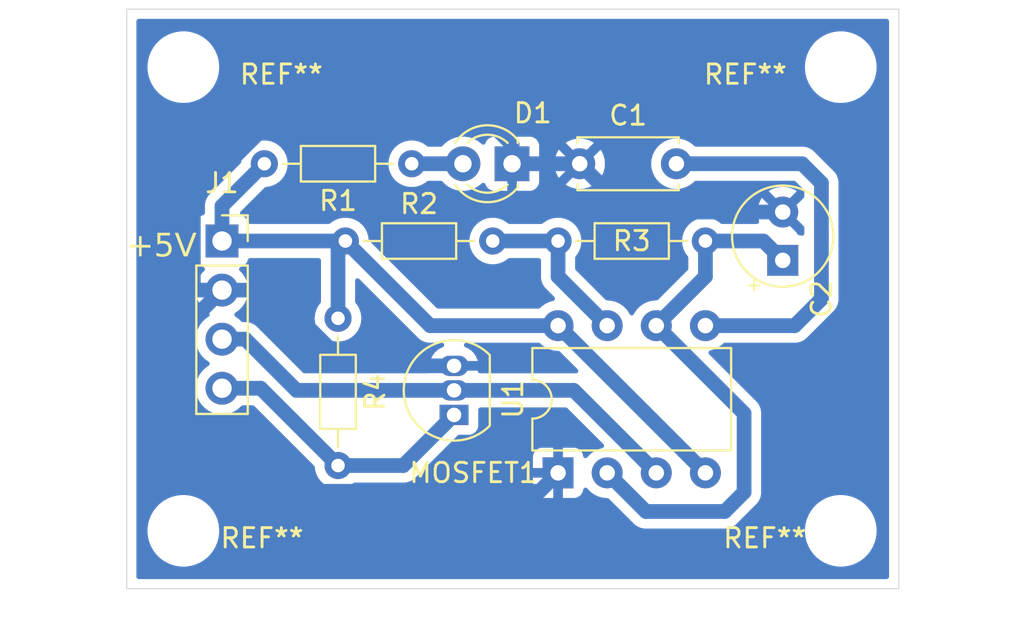
<source format=kicad_pcb>
(kicad_pcb (version 20240108) (generator "pcbnew") (generator_version "8.0")
  (title_block (title "555 Timer") (date "2025-01-21") (rev "v1") (company "Nandan R Pai") (comment 1 "NNM22AM033"))
  (layers (0 "F.Cu" signal) (31 "B.Cu" signal) (34 "B.Paste" user) (35 "F.Paste" user) (36 "B.SilkS" user "B.Silkscreen") (37 "F.SilkS" user "F.Silkscreen") (38 "B.Mask" user) (39 "F.Mask" user) (44 "Edge.Cuts" user))
  (net 0 "")
  (net 1 "GND")
  (net 2 "Net-(U1-CV)")
  (net 3 "THR")
  (net 4 "Net-(D1-A)")
  (net 5 "OUT1")
  (net 6 "OUT2")
  (net 7 "VCC")
  (net 8 "DIS")
  (footprint "Connector_PinSocket_2.54mm:PinSocket_1x04_P2.54mm_Vertical" (layer "F.Cu") (at 81.93 63)
    (property "Reference" "J1" (at 0 -3 0) (layer "F.SilkS"))
    (property "Value" "Conn_01x04_Pin")
    (fp_line (start -1.33 1.27) (end -1.33 8.95) (stroke (width 0.12)) (layer "F.SilkS"))
    (fp_line (start -1.33 1.27) (end 1.33 1.27) (stroke (width 0.12)) (layer "F.SilkS"))
    (fp_line (start -1.33 8.95) (end 1.33 8.95) (stroke (width 0.12)) (layer "F.SilkS"))
    (fp_line (start 0 -1.33) (end 1.33 -1.33) (stroke (width 0.12)) (layer "F.SilkS"))
    (fp_line (start 1.33 -1.33) (end 1.33 0) (stroke (width 0.12)) (layer "F.SilkS"))
    (fp_line (start 1.33 1.27) (end 1.33 8.95) (stroke (width 0.12)) (layer "F.SilkS"))
    (pad "1" thru_hole rect (at 0 0) (size 1.7 1.7) (drill 1) (layers "*.Cu" "*.Mask") (net 7 "VCC"))
    (pad "2" thru_hole oval (at 0 2.54) (size 1.7 1.7) (drill 1) (layers "*.Cu" "*.Mask") (net 1 "GND"))
    (pad "3" thru_hole oval (at 0 5.08) (size 1.7 1.7) (drill 1) (layers "*.Cu" "*.Mask") (net 5 "OUT1"))
    (pad "4" thru_hole oval (at 0 7.62) (size 1.7 1.7) (drill 1) (layers "*.Cu" "*.Mask") (net 6 "OUT2"))
  )
  (footprint "Resistor_THT:R_Axial_DIN0204_L3.6mm_D1.6mm_P7.62mm_Horizontal" (layer "F.Cu") (at 87.93 67 -90)
    (property "Reference" "R4" (at 3.81 -1.92 90) (layer "F.SilkS"))
    (property "Value" "10kΩ")
    (fp_line (start 1.89 0.92) (end 5.73 0.92) (stroke (width 0.12)) (layer "F.SilkS"))
    (fp_line (start 5.73 0.92) (end 5.73 -0.92) (stroke (width 0.12)) (layer "F.SilkS"))
    (fp_line (start 0.94 0) (end 1.89 0) (stroke (width 0.12)) (layer "F.SilkS"))
    (fp_line (start 6.68 0) (end 5.73 0) (stroke (width 0.12)) (layer "F.SilkS"))
    (fp_line (start 1.89 -0.92) (end 1.89 0.92) (stroke (width 0.12)) (layer "F.SilkS"))
    (fp_line (start 5.73 -0.92) (end 1.89 -0.92) (stroke (width 0.12)) (layer "F.SilkS"))
    (pad "1" thru_hole circle (at 0 0 270) (size 1.4 1.4) (drill 0.7) (layers "*.Cu" "*.Mask") (net 7 "VCC"))
    (pad "2" thru_hole oval (at 7.62 0 270) (size 1.4 1.4) (drill 0.7) (layers "*.Cu" "*.Mask") (net 6 "OUT2"))
  )
  (footprint "MountingHole:MountingHole_3.2mm_M3" (layer "F.Cu") (at 79.93 54)
    (property "Reference" "REF**" (at 5.07 0.38 0) (layer "F.SilkS"))
    (property "Value" "MountingHole_3.2mm_M3")
    (pad "" np_thru_hole circle (at 0 0) (size 3.2 3.2) (drill 3.2) (layers "*.Cu" "*.Mask"))
  )
  (footprint "Package_TO_SOT_THT:TO-92_Inline" (layer "F.Cu") (at 93.93 72 90)
    (property "Reference" "MOSFET1" (at -3 1 180) (layer "F.SilkS"))
    (property "Value" "BS170")
    (fp_line (start -0.53 1.85) (end 3.07 1.85) (stroke (width 0.12)) (layer "F.SilkS"))
    (fp_arc (start 1.27 -2.6) (mid 3.672087 -0.994977) (end 3.108478 1.838478) (stroke (width 0.12)) (layer "F.SilkS"))
    (fp_arc (start -0.568478 1.838478) (mid -1.132087 -0.994977) (end 1.27 -2.6) (stroke (width 0.12)) (layer "F.SilkS"))
    (pad "1" thru_hole rect (at 0 0 90) (size 1.05 1.5) (drill 0.75) (layers "*.Cu" "*.Mask") (net 6 "OUT2"))
    (pad "2" thru_hole oval (at 1.27 0 90) (size 1.05 1.5) (drill 0.75) (layers "*.Cu" "*.Mask") (net 5 "OUT1"))
    (pad "3" thru_hole oval (at 2.54 0 90) (size 1.05 1.5) (drill 0.75) (layers "*.Cu" "*.Mask") (net 1 "GND"))
  )
  (footprint "Capacitor_THT:CP_Radial_Tantal_D5.0mm_P2.50mm" (layer "F.Cu") (at 110.93 64 90)
    (property "Reference" "C2" (at -2 2 90) (layer "F.SilkS"))
    (property "Value" "100 µF")
    (fp_line (start -1.304775 -1.725) (end -1.304775 -1.225) (stroke (width 0.12)) (layer "F.SilkS"))
    (fp_line (start -1.554775 -1.475) (end -1.054775 -1.475) (stroke (width 0.12)) (layer "F.SilkS"))
    (fp_circle (center 1.25 0) (end 3.87 0) (stroke (width 0.12)) (fill none) (layer "F.SilkS"))
    (pad "1" thru_hole rect (at 0 0 90) (size 1.6 1.6) (drill 0.8) (layers "*.Cu" "*.Mask") (net 3 "THR"))
    (pad "2" thru_hole circle (at 2.5 0 90) (size 1.6 1.6) (drill 0.8) (layers "*.Cu" "*.Mask") (net 1 "GND"))
  )
  (footprint "Resistor_THT:R_Axial_DIN0204_L3.6mm_D1.6mm_P7.62mm_Horizontal" (layer "F.Cu") (at 91.74 59 180)
    (property "Reference" "R1" (at 3.81 -1.92 0) (layer "F.SilkS"))
    (property "Value" "220")
    (fp_line (start 6.68 0) (end 5.73 0) (stroke (width 0.12)) (layer "F.SilkS"))
    (fp_line (start 5.73 0.92) (end 5.73 -0.92) (stroke (width 0.12)) (layer "F.SilkS"))
    (fp_line (start 5.73 -0.92) (end 1.89 -0.92) (stroke (width 0.12)) (layer "F.SilkS"))
    (fp_line (start 1.89 0.92) (end 5.73 0.92) (stroke (width 0.12)) (layer "F.SilkS"))
    (fp_line (start 1.89 -0.92) (end 1.89 0.92) (stroke (width 0.12)) (layer "F.SilkS"))
    (fp_line (start 0.94 0) (end 1.89 0) (stroke (width 0.12)) (layer "F.SilkS"))
    (pad "1" thru_hole circle (at 0 0 180) (size 1.4 1.4) (drill 0.7) (layers "*.Cu" "*.Mask") (net 4 "Net-(D1-A)"))
    (pad "2" thru_hole oval (at 7.62 0 180) (size 1.4 1.4) (drill 0.7) (layers "*.Cu" "*.Mask") (net 7 "VCC"))
  )
  (footprint "Resistor_THT:R_Axial_DIN0204_L3.6mm_D1.6mm_P7.62mm_Horizontal" (layer "F.Cu") (at 106.93 63 180)
    (property "Reference" "R3" (at 3.81 0 0) (layer "F.SilkS"))
    (property "Value" "100 kΩ")
    (fp_line (start 6.68 0) (end 5.73 0) (stroke (width 0.12)) (layer "F.SilkS"))
    (fp_line (start 5.73 0.92) (end 5.73 -0.92) (stroke (width 0.12)) (layer "F.SilkS"))
    (fp_line (start 5.73 -0.92) (end 1.89 -0.92) (stroke (width 0.12)) (layer "F.SilkS"))
    (fp_line (start 1.89 0.92) (end 5.73 0.92) (stroke (width 0.12)) (layer "F.SilkS"))
    (fp_line (start 1.89 -0.92) (end 1.89 0.92) (stroke (width 0.12)) (layer "F.SilkS"))
    (fp_line (start 0.94 0) (end 1.89 0) (stroke (width 0.12)) (layer "F.SilkS"))
    (pad "1" thru_hole circle (at 0 0 180) (size 1.4 1.4) (drill 0.7) (layers "*.Cu" "*.Mask") (net 3 "THR"))
    (pad "2" thru_hole oval (at 7.62 0 180) (size 1.4 1.4) (drill 0.7) (layers "*.Cu" "*.Mask") (net 8 "DIS"))
  )
  (footprint "MountingHole:MountingHole_3.2mm_M3" (layer "F.Cu") (at 79.93 78)
    (property "Reference" "REF**" (at 4.07 0.38 0) (layer "F.SilkS"))
    (property "Value" "MountingHole_3.2mm_M3")
    (pad "" np_thru_hole circle (at 0 0) (size 3.2 3.2) (drill 3.2) (layers "*.Cu" "*.Mask"))
  )
  (footprint "MountingHole:MountingHole_3.2mm_M3" (layer "F.Cu") (at 113.93 78)
    (property "Reference" "REF**" (at -3.93 0.38 0) (layer "F.SilkS"))
    (property "Value" "MountingHole_3.2mm_M3")
    (pad "" np_thru_hole circle (at 0 0) (size 3.2 3.2) (drill 3.2) (layers "*.Cu" "*.Mask"))
  )
  (footprint "Resistor_THT:R_Axial_DIN0204_L3.6mm_D1.6mm_P7.62mm_Horizontal" (layer "F.Cu") (at 88.31 63)
    (property "Reference" "R2" (at 3.81 -1.92 0) (layer "F.SilkS"))
    (property "Value" "1 kΩ")
    (fp_line (start 0.94 0) (end 1.89 0) (stroke (width 0.12)) (layer "F.SilkS"))
    (fp_line (start 1.89 -0.92) (end 1.89 0.92) (stroke (width 0.12)) (layer "F.SilkS"))
    (fp_line (start 1.89 0.92) (end 5.73 0.92) (stroke (width 0.12)) (layer "F.SilkS"))
    (fp_line (start 5.73 -0.92) (end 1.89 -0.92) (stroke (width 0.12)) (layer "F.SilkS"))
    (fp_line (start 5.73 0.92) (end 5.73 -0.92) (stroke (width 0.12)) (layer "F.SilkS"))
    (fp_line (start 6.68 0) (end 5.73 0) (stroke (width 0.12)) (layer "F.SilkS"))
    (pad "1" thru_hole circle (at 0 0) (size 1.4 1.4) (drill 0.7) (layers "*.Cu" "*.Mask") (net 7 "VCC"))
    (pad "2" thru_hole oval (at 7.62 0) (size 1.4 1.4) (drill 0.7) (layers "*.Cu" "*.Mask") (net 8 "DIS"))
  )
  (footprint "MountingHole:MountingHole_3.2mm_M3" (layer "F.Cu") (at 113.93 54)
    (property "Reference" "REF**" (at -4.93 0.38 0) (layer "F.SilkS"))
    (property "Value" "MountingHole_3.2mm_M3")
    (pad "" np_thru_hole circle (at 0 0) (size 3.2 3.2) (drill 3.2) (layers "*.Cu" "*.Mask"))
  )
  (footprint "Package_DIP:DIP-8_W7.62mm" (layer "F.Cu") (at 99.31 75 90)
    (property "Reference" "U1" (at 3.81 -2.33 90) (layer "F.SilkS"))
    (property "Value" "LM555xN")
    (fp_line (start 6.46 -1.33) (end 4.81 -1.33) (stroke (width 0.12)) (layer "F.SilkS"))
    (fp_line (start 2.81 -1.33) (end 1.16 -1.33) (stroke (width 0.12)) (layer "F.SilkS"))
    (fp_line (start 1.16 -1.33) (end 1.16 8.95) (stroke (width 0.12)) (layer "F.SilkS"))
    (fp_line (start 6.46 8.95) (end 6.46 -1.33) (stroke (width 0.12)) (layer "F.SilkS"))
    (fp_line (start 1.16 8.95) (end 6.46 8.95) (stroke (width 0.12)) (layer "F.SilkS"))
    (fp_arc (start 4.81 -1.33) (mid 3.81 -0.33) (end 2.81 -1.33) (stroke (width 0.12)) (layer "F.SilkS"))
    (pad "1" thru_hole rect (at 0 0 90) (size 1.6 1.6) (drill 0.8) (layers "*.Cu" "*.Mask") (net 1 "GND"))
    (pad "2" thru_hole oval (at 0 2.54 90) (size 1.6 1.6) (drill 0.8) (layers "*.Cu" "*.Mask") (net 3 "THR"))
    (pad "3" thru_hole oval (at 0 5.08 90) (size 1.6 1.6) (drill 0.8) (layers "*.Cu" "*.Mask") (net 5 "OUT1"))
    (pad "4" thru_hole oval (at 0 7.62 90) (size 1.6 1.6) (drill 0.8) (layers "*.Cu" "*.Mask") (net 7 "VCC"))
    (pad "5" thru_hole oval (at 7.62 7.62 90) (size 1.6 1.6) (drill 0.8) (layers "*.Cu" "*.Mask") (net 2 "Net-(U1-CV)"))
    (pad "6" thru_hole oval (at 7.62 5.08 90) (size 1.6 1.6) (drill 0.8) (layers "*.Cu" "*.Mask") (net 3 "THR"))
    (pad "7" thru_hole oval (at 7.62 2.54 90) (size 1.6 1.6) (drill 0.8) (layers "*.Cu" "*.Mask") (net 8 "DIS"))
    (pad "8" thru_hole oval (at 7.62 0 90) (size 1.6 1.6) (drill 0.8) (layers "*.Cu" "*.Mask") (net 7 "VCC"))
  )
  (footprint "LED_THT:LED_D3.0mm" (layer "F.Cu") (at 96.93 59 180)
    (property "Reference" "D1" (at -1.07 2.62 0) (layer "F.SilkS"))
    (property "Value" "LED")
    (fp_line (start -0.29 1.08) (end -0.29 1.236) (stroke (width 0.12)) (layer "F.SilkS"))
    (fp_line (start -0.29 -1.236) (end -0.29 -1.08) (stroke (width 0.12)) (layer "F.SilkS"))
    (fp_arc (start 2.941397 1.080061) (mid 1.365624 1.987701) (end -0.29 1.235516) (stroke (width 0.12)) (layer "F.SilkS"))
    (fp_arc (start 2.31091 1.080049) (mid 1.269965 1.5) (end 0.229039 1.08) (stroke (width 0.12)) (layer "F.SilkS"))
    (fp_arc (start 0.229039 -1.08) (mid 1.269965 -1.5) (end 2.31091 -1.080049) (stroke (width 0.12)) (layer "F.SilkS"))
    (fp_arc (start -0.29 -1.235516) (mid 1.365624 -1.987701) (end 2.941397 -1.080061) (stroke (width 0.12)) (layer "F.SilkS"))
    (pad "1" thru_hole rect (at 0 0 180) (size 1.8 1.8) (drill 0.9) (layers "*.Cu" "*.Mask") (net 1 "GND"))
    (pad "2" thru_hole circle (at 2.54 0 180) (size 1.8 1.8) (drill 0.9) (layers "*.Cu" "*.Mask") (net 4 "Net-(D1-A)"))
  )
  (footprint "Capacitor_THT:C_Disc_D5.0mm_W2.5mm_P5.00mm" (layer "F.Cu") (at 100.43 59)
    (property "Reference" "C1" (at 2.5 -2.5 0) (layer "F.SilkS"))
    (property "Value" "0.1 µF")
    (fp_line (start -0.12 -1.37) (end -0.12 -1.055) (stroke (width 0.12)) (layer "F.SilkS"))
    (fp_line (start -0.12 -1.37) (end 5.12 -1.37) (stroke (width 0.12)) (layer "F.SilkS"))
    (fp_line (start -0.12 1.055) (end -0.12 1.37) (stroke (width 0.12)) (layer "F.SilkS"))
    (fp_line (start -0.12 1.37) (end 5.12 1.37) (stroke (width 0.12)) (layer "F.SilkS"))
    (fp_line (start 5.12 -1.37) (end 5.12 -1.055) (stroke (width 0.12)) (layer "F.SilkS"))
    (fp_line (start 5.12 1.055) (end 5.12 1.37) (stroke (width 0.12)) (layer "F.SilkS"))
    (pad "1" thru_hole circle (at 0 0) (size 1.6 1.6) (drill 0.8) (layers "*.Cu" "*.Mask") (net 1 "GND"))
    (pad "2" thru_hole circle (at 5 0) (size 1.6 1.6) (drill 0.8) (layers "*.Cu" "*.Mask") (net 2 "Net-(U1-CV)"))
  )
  (gr_rect (start 77 51) (end 116.93 81) (stroke (width 0.05)) (fill none) (layer "Edge.Cuts"))
  (gr_text "+5V" (at 77 64 0) (layer "F.SilkS") (effects (font (size 1.2 1.2) (thickness 0.125)) (justify left bottom)))
  (segment (start 96.93 58) (end 96.93 59) (width 0.762) (layer "B.Cu") (net 1))
  (segment (start 80.445 60.787024) (end 85.232024 56) (width 0.762) (layer "B.Cu") (net 1))
  (segment (start 80.885 75.955) (end 98.355 75.955) (width 0.762) (layer "B.Cu") (net 1))
  (segment (start 81.93 65.54) (end 79.93 67.54) (width 0.762) (layer "B.Cu") (net 1))
  (segment (start 79.93 67.54) (end 79.93 75) (width 0.762) (layer "B.Cu") (net 1))
  (segment (start 81.93 65.54) (end 80.47 65.54) (width 0.762) (layer "B.Cu") (net 1))
  (segment (start 79.93 75) (end 80.885 75.955) (width 0.762) (layer "B.Cu") (net 1))
  (segment (start 84.47 65.54) (end 88.39 69.46) (width 0.762) (layer "B.Cu") (net 1))
  (segment (start 98.355 75.955) (end 99.31 75) (width 0.762) (layer "B.Cu") (net 1))
  (segment (start 96.93 59) (end 100.43 59) (width 0.762) (layer "B.Cu") (net 1))
  (segment (start 94.93 56) (end 96.93 58) (width 0.762) (layer "B.Cu") (net 1))
  (segment (start 100.43 59) (end 102.93 61.5) (width 0.762) (layer "B.Cu") (net 1))
  (segment (start 88.39 69.46) (end 93.93 69.46) (width 0.762) (layer "B.Cu") (net 1))
  (segment (start 81.93 65.54) (end 84.47 65.54) (width 0.762) (layer "B.Cu") (net 1))
  (segment (start 80.47 65.54) (end 80.445 65.515) (width 0.762) (layer "B.Cu") (net 1))
  (segment (start 80.445 65.515) (end 80.445 60.787024) (width 0.762) (layer "B.Cu") (net 1))
  (segment (start 85.232024 56) (end 94.93 56) (width 0.762) (layer "B.Cu") (net 1))
  (segment (start 102.93 61.5) (end 110.93 61.5) (width 0.762) (layer "B.Cu") (net 1))
  (segment (start 112.93 60) (end 112.93 66) (width 0.762) (layer "B.Cu") (net 2))
  (segment (start 105.43 59) (end 111.93 59) (width 0.762) (layer "B.Cu") (net 2))
  (segment (start 111.93 59) (end 112.93 60) (width 0.762) (layer "B.Cu") (net 2))
  (segment (start 111.55 67.38) (end 106.93 67.38) (width 0.762) (layer "B.Cu") (net 2))
  (segment (start 112.93 66) (end 111.55 67.38) (width 0.762) (layer "B.Cu") (net 2))
  (segment (start 109.93 63) (end 110.93 64) (width 0.762) (layer "B.Cu") (net 3))
  (segment (start 103.85 77) (end 107.93 77) (width 0.762) (layer "B.Cu") (net 3))
  (segment (start 106.93 63) (end 106.93 64.84) (width 0.762) (layer "B.Cu") (net 3))
  (segment (start 108.93 76) (end 108.93 71.92) (width 0.762) (layer "B.Cu") (net 3))
  (segment (start 106.93 63) (end 109.93 63) (width 0.762) (layer "B.Cu") (net 3))
  (segment (start 106.93 64.84) (end 104.39 67.38) (width 0.762) (layer "B.Cu") (net 3))
  (segment (start 108.93 71.92) (end 104.39 67.38) (width 0.762) (layer "B.Cu") (net 3))
  (segment (start 101.85 75) (end 103.85 77) (width 0.762) (layer "B.Cu") (net 3))
  (segment (start 107.93 77) (end 108.93 76) (width 0.762) (layer "B.Cu") (net 3))
  (segment (start 94.39 59) (end 91.74 59) (width 0.762) (layer "B.Cu") (net 4))
  (segment (start 83.132081 68.08) (end 85.782081 70.73) (width 0.762) (layer "B.Cu") (net 5))
  (segment (start 100.12 70.73) (end 93.93 70.73) (width 0.762) (layer "B.Cu") (net 5))
  (segment (start 85.782081 70.73) (end 93.93 70.73) (width 0.762) (layer "B.Cu") (net 5))
  (segment (start 81.93 68.08) (end 83.132081 68.08) (width 0.762) (layer "B.Cu") (net 5))
  (segment (start 104.39 75) (end 100.12 70.73) (width 0.762) (layer "B.Cu") (net 5))
  (segment (start 81.93 70.62) (end 83.93 70.62) (width 0.762) (layer "B.Cu") (net 6))
  (segment (start 91.31 74.62) (end 93.93 72) (width 0.762) (layer "B.Cu") (net 6))
  (segment (start 83.93 70.62) (end 87.93 74.62) (width 0.762) (layer "B.Cu") (net 6))
  (segment (start 87.93 74.62) (end 91.31 74.62) (width 0.762) (layer "B.Cu") (net 6))
  (segment (start 92.69 67.38) (end 99.31 67.38) (width 0.762) (layer "B.Cu") (net 7))
  (segment (start 87.93 63.38) (end 88.31 63) (width 0.762) (layer "B.Cu") (net 7))
  (segment (start 81.93 63) (end 88.31 63) (width 0.762) (layer "B.Cu") (net 7))
  (segment (start 81.93 61.19) (end 84.12 59) (width 0.762) (layer "B.Cu") (net 7))
  (segment (start 87.93 67) (end 87.93 63.38) (width 0.762) (layer "B.Cu") (net 7))
  (segment (start 81.93 63) (end 81.93 61.19) (width 0.762) (layer "B.Cu") (net 7))
  (segment (start 99.31 67.38) (end 106.93 75) (width 0.762) (layer "B.Cu") (net 7))
  (segment (start 88.31 63) (end 92.69 67.38) (width 0.762) (layer "B.Cu") (net 7))
  (segment (start 95.93 63) (end 99.31 63) (width 0.762) (layer "B.Cu") (net 8))
  (segment (start 99.31 63) (end 99.31 64.84) (width 0.762) (layer "B.Cu") (net 8))
  (segment (start 99.31 64.84) (end 101.85 67.38) (width 0.762) (layer "B.Cu") (net 8))
  (zone (net 1) (net_name "GND") (layer "B.Cu") (connect_pads (clearance 0.5)) (min_thickness 0.25) (fill yes (thermal_gap 0.5) (thermal_bridge_width 0.5))
    (polygon (pts (xy 77 51) (xy 117 51) (xy 117 81) (xy 77 81)))
  )
)
</source>
